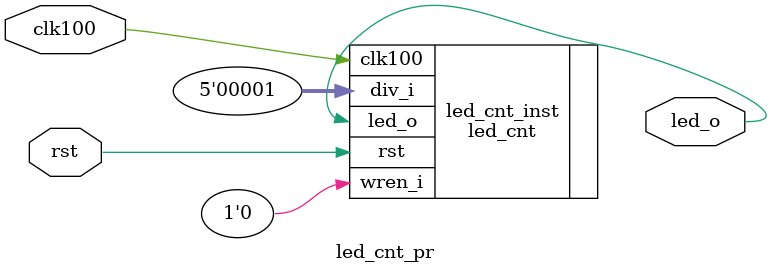
<source format=sv>

module led_cnt_pr (
  input         rst,
  input         clk100,
  output        led_o
);
///////////////////////////////////////////////////////////////////////////////////////////////////

 led_cnt led_cnt_inst (
   .rst    (rst      ),
   .clk100 (clk100   ),
   .div_i  (5'h1     ),
   .wren_i (1'b0     ),
   .led_o  (led_o    )
 );

endmodule
</source>
